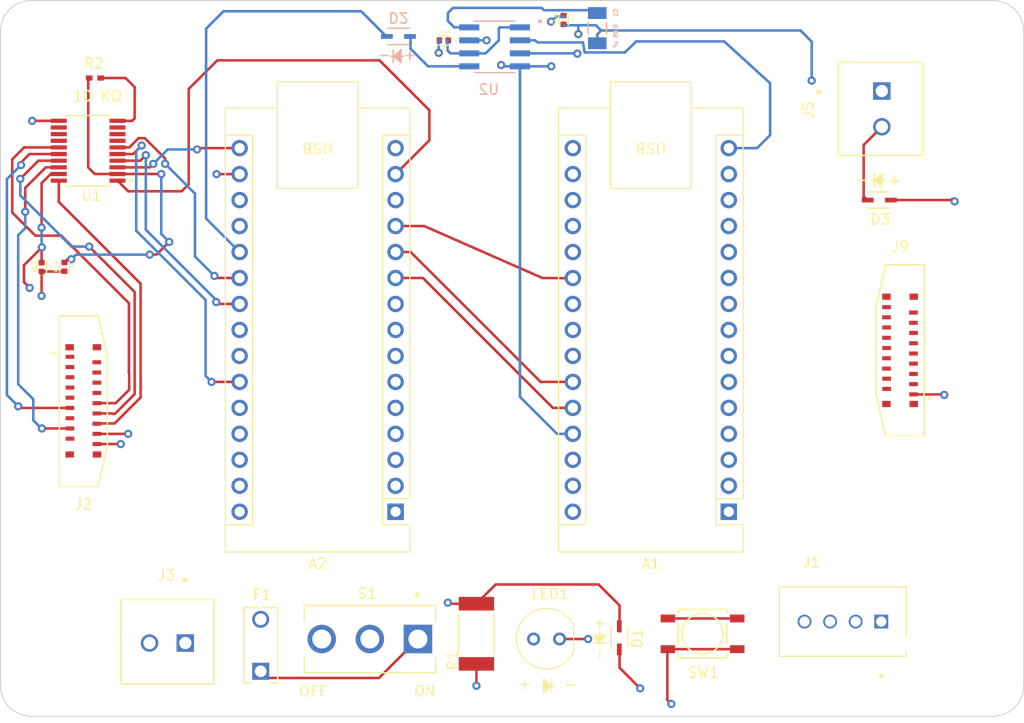
<source format=kicad_pcb>
(kicad_pcb (version 20211014) (generator pcbnew)
  (layers (0 "F.Cu" signal) (1 "In1.Cu" signal) (2 "In2.Cu" signal) (31 "B.Cu" signal) (34 "B.Paste" user) (35 "F.Paste" user) (36 "B.SilkS" user "B.Silkscreen") (37 "F.SilkS" user "F.Silkscreen") (38 "B.Mask" user) (39 "F.Mask" user) (44 "Edge.Cuts" user))
  (net 0 "")
  (net 14 "PWM")
  (net 16 "3.3V_1")
  (net 21 "SDA")
  (net 32 "bit_0")
  (net 33 "bit_1")
  (net 34 "bit_2")
  (net 41 "Analog")
  (net 43 "/CLK")
  (net 44 "/COM")
  (net 45 "/DC_out")
  (net 46 "Net-(F1-Pad2)")
  (net 58 "PB")
  (net 59 "SDL")
  (net 73 "Net-(LED1-Pad2)")
  (net 82 "/MOSI")
  (net 83 "3.3V_2")
  (net 84 "GND")
  (net 85 "7.4V")
  (net 86 "5V_1")
  (net 88 "OE")
  (net 89 "SCK")
  (net 90 "5V_2")
  (net 91 "Net-(D3-Pad1)")
  (net 92 "CS")
  (net 93 "DC")
  (net 94 "RST")
  (net 95 "CS_5V")
  (net 96 "RST_5V")
  (net 97 "DC_5V")
  (net 98 "MOSI_5V")
  (net 99 "SCK_5V")
  (footprint "myKiCadGlobalFootprintLibrary:Nano33BLE_with_headers" (layer "F.Cu") (at 135.8483 103.2112 180)
    (fp_text reference "A2" (at 7.62 -5.08 180) (layer "F.SilkS"))
    (fp_text value "Arduino_Nano_BLE_33" hide)
    (fp_text user "USB" (at 7.62 35.56 180 unlocked) (layer "F.SilkS"))
    (pad "1" thru_hole rect (at 0 0 180) (size 1.6 1.6) (drill 1) (layers *.Cu *.Mask))
    (pad "2" thru_hole oval (at 0 2.54 180) (size 1.6 1.6) (drill 1) (layers *.Cu *.Mask))
    (pad "3" thru_hole oval (at 0 5.08 180) (size 1.6 1.6) (drill 1) (layers *.Cu *.Mask))
    (pad "4" thru_hole oval (at 0 7.62 180) (size 1.6 1.6) (drill 1) (layers *.Cu *.Mask))
    (pad "5" thru_hole oval (at 0 10.16 180) (size 1.6 1.6) (drill 1) (layers *.Cu *.Mask))
    (pad "6" thru_hole oval (at 0 12.7 180) (size 1.6 1.6) (drill 1) (layers *.Cu *.Mask))
    (pad "7" thru_hole oval (at 0 15.24 180) (size 1.6 1.6) (drill 1) (layers *.Cu *.Mask))
    (pad "8" thru_hole oval (at 0 17.78 180) (size 1.6 1.6) (drill 1) (layers *.Cu *.Mask))
    (pad "9" thru_hole oval (at 0 20.32 180) (size 1.6 1.6) (drill 1) (layers *.Cu *.Mask))
    (pad "10" thru_hole oval (at 0 22.86 180) (size 1.6 1.6) (drill 1) (layers *.Cu *.Mask) (net 32 "bit_0"))
    (pad "11" thru_hole oval (at 0 25.4 180) (size 1.6 1.6) (drill 1) (layers *.Cu *.Mask) (net 33 "bit_1"))
    (pad "12" thru_hole oval (at 0 27.94 180) (size 1.6 1.6) (drill 1) (layers *.Cu *.Mask) (net 34 "bit_2"))
    (pad "13" thru_hole oval (at 0 30.48 180) (size 1.6 1.6) (drill 1) (layers *.Cu *.Mask))
    (pad "14" thru_hole oval (at 0 33.02 180) (size 1.6 1.6) (drill 1) (layers *.Cu *.Mask) (net 82 "/MOSI"))
    (pad "15" thru_hole oval (at 0 35.56 180) (size 1.6 1.6) (drill 1) (layers *.Cu *.Mask))
    (pad "16" thru_hole oval (at 15.24 35.56 180) (size 1.6 1.6) (drill 1) (layers *.Cu *.Mask) (net 89 "SCK"))
    (pad "17" thru_hole oval (at 15.24 33.02 180) (size 1.6 1.6) (drill 1) (layers *.Cu *.Mask) (net 83 "3.3V_2"))
    (pad "18" thru_hole oval (at 15.24 30.48 180) (size 1.6 1.6) (drill 1) (layers *.Cu *.Mask))
    (pad "19" thru_hole oval (at 15.24 27.94 180) (size 1.6 1.6) (drill 1) (layers *.Cu *.Mask))
    (pad "20" thru_hole oval (at 15.24 25.4 180) (size 1.6 1.6) (drill 1) (layers *.Cu *.Mask) (net 41 "Analog"))
    (pad "21" thru_hole oval (at 15.24 22.86 180) (size 1.6 1.6) (drill 1) (layers *.Cu *.Mask) (net 92 "CS"))
    (pad "22" thru_hole oval (at 15.24 20.32 180) (size 1.6 1.6) (drill 1) (layers *.Cu *.Mask) (net 93 "DC"))
    (pad "23" thru_hole oval (at 15.24 17.78 180) (size 1.6 1.6) (drill 1) (layers *.Cu *.Mask))
    (pad "24" thru_hole oval (at 15.24 15.24 180) (size 1.6 1.6) (drill 1) (layers *.Cu *.Mask))
    (pad "25" thru_hole oval (at 15.24 12.7 180) (size 1.6 1.6) (drill 1) (layers *.Cu *.Mask) (net 94 "RST"))
    (pad "26" thru_hole oval (at 15.24 10.16 180) (size 1.6 1.6) (drill 1) (layers *.Cu *.Mask))
    (pad "27" thru_hole oval (at 15.24 7.62 180) (size 1.6 1.6) (drill 1) (layers *.Cu *.Mask) (net 90 "5V_2"))
    (pad "28" thru_hole oval (at 15.24 5.08 180) (size 1.6 1.6) (drill 1) (layers *.Cu *.Mask))
    (pad "29" thru_hole oval (at 15.24 2.54 180) (size 1.6 1.6) (drill 1) (layers *.Cu *.Mask) (net 84 "GND"))
    (pad "30" thru_hole oval (at 15.24 0 180) (size 1.6 1.6) (drill 1) (layers *.Cu *.Mask) (net 85 "7.4V"))
  )
  (footprint "myKiCadGlobalFootprintLibrary:MountingHole_2.2mm_M2" (layer "F.Cu") (at 101.2398 57.2132)
    (fp_text reference "H1" hide)
    (fp_text value "MountingHole" hide)
    (pad "" np_thru_hole circle locked (at 0 0) (size 2.2 2.2) (drill 2.2) (layers *.Cu *.Mask))
  )
  (footprint "myKiCadGlobalFootprintLibrary:MountingHole_2.2mm_M2" (layer "F.Cu") (at 101.2398 119.2132)
    (fp_text reference "H3" hide)
    (fp_text value "MountingHole" hide)
    (pad "" np_thru_hole circle locked (at 0 0) (size 2.2 2.2) (drill 2.2) (layers *.Cu *.Mask))
  )
  (footprint "myKiCadGlobalFootprintLibrary:RESC6332X70N" (layer "F.Cu") (at 143.7498 115.1492 90)
    (fp_text reference "R1" (at -2.61 -2.33 90) (layer "F.SilkS"))
    (fp_text value "RMCF2512FT330R" hide)
    (pad "1" smd rect (at -2.944 0 90) (size 1.33 3.46) (layers "F.Cu" "F.Paste" "F.Mask") (net 85 "7.4V"))
    (pad "2" smd rect (at 2.944 0 90) (size 1.33 3.46) (layers "F.Cu" "F.Paste" "F.Mask") (net 73 "Net-(LED1-Pad2)"))
  )
  (footprint "myKiCadGlobalFootprintLibrary:525591853" (layer "F.Cu") (at 104.9868 92.5832 90)
    (fp_text reference "J2" (at -9.906 0.349725 180) (layer "F.SilkS"))
    (fp_text value "0525591853" hide)
    (pad " " smd rect locked (at 5.461 1.6764 90) (size 0.6056 0.8322) (layers "F.Cu" "F.Paste" "F.Mask"))
    (pad " " smd rect locked (at -5.0292 1.6764 90) (size 0.6056 0.8322) (layers "F.Cu" "F.Paste" "F.Mask"))
    (pad " " smd rect locked (at -5.0292 -0.9906 90) (size 0.6056 0.8322) (layers "F.Cu" "F.Paste" "F.Mask"))
    (pad " " smd rect locked (at 5.461 -0.9906 90) (size 0.6056 0.8322) (layers "F.Cu" "F.Paste" "F.Mask"))
    (pad "1" smd rect locked (at 4.525475 -0.966624 90) (size 0.4 0.85) (layers "F.Cu" "F.Paste" "F.Mask"))
    (pad "2" smd rect locked (at 3.987845 1.660042 90) (size 0.4 0.85) (layers "F.Cu" "F.Paste" "F.Mask"))
    (pad "3" smd rect locked (at 3.519854 -0.96325 90) (size 0.4 0.85) (layers "F.Cu" "F.Paste" "F.Mask"))
    (pad "4" smd rect locked (at 2.987202 1.660042 90) (size 0.4 0.85) (layers "F.Cu" "F.Paste" "F.Mask"))
    (pad "5" smd rect locked (at 2.52529 -0.959265 90) (size 0.4 0.85) (layers "F.Cu" "F.Paste" "F.Mask"))
    (pad "6" smd rect locked (at 1.999675 1.6696 90) (size 0.4 0.85) (layers "F.Cu" "F.Paste" "F.Mask"))
    (pad "7" smd rect locked (at 1.51454 -0.959265 90) (size 0.4 0.85) (layers "F.Cu" "F.Paste" "F.Mask"))
    (pad "8" smd rect locked (at 0.991354 1.6696 90) (size 0.4 0.85) (layers "F.Cu" "F.Paste" "F.Mask"))
    (pad "9" smd rect locked (at 0.528086 -0.959265 90) (size 0.4 0.85) (layers "F.Cu" "F.Paste" "F.Mask"))
    (pad "10" smd rect locked (at -0.008868 1.66555 90) (size 0.4 0.85) (layers "F.Cu" "F.Paste" "F.Mask") (net 95 "CS_5V"))
    (pad "11" smd rect locked (at -0.476799 -0.966153 90) (size 0.4 0.85) (layers "F.Cu" "F.Paste" "F.Mask") (net 96 "RST_5V"))
    (pad "12" smd rect locked (at -1.01314 1.6696 90) (size 0.4 0.85) (layers "F.Cu" "F.Paste" "F.Mask") (net 97 "DC_5V"))
    (pad "13" smd rect locked (at -1.484962 -0.966153 90) (size 0.4 0.85) (layers "F.Cu" "F.Paste" "F.Mask"))
    (pad "14" smd rect locked (at -2.019975 1.664737 90) (size 0.4 0.85) (layers "F.Cu" "F.Paste" "F.Mask") (net 98 "MOSI_5V"))
    (pad "15" smd rect locked (at -2.480459 -0.9569 90) (size 0.4 0.85) (layers "F.Cu" "F.Paste" "F.Mask") (net 99 "SCK_5V"))
    (pad "16" smd rect locked (at -3.011289 1.670568 90) (size 0.4 0.85) (layers "F.Cu" "F.Paste" "F.Mask") (net 84 "GND"))
    (pad "17" smd rect locked (at -3.479332 -0.9569 90) (size 0.4 0.85) (layers "F.Cu" "F.Paste" "F.Mask"))
    (pad "18" smd rect locked (at -4.009815 1.670201 90) (size 0.4 0.85) (layers "F.Cu" "F.Paste" "F.Mask") (net 90 "5V_2"))
  )
  (footprint "myKiCadGlobalFootprintLibrary:CAPC1005X55N" (layer "F.Cu") (at 140.5648 57.1132 180)
    (fp_text reference "C5" (at -0.038306 -0.8636) (layer "F.SilkS") (effects (font (size 0.241854 0.241854) (thickness 0.060464)) (justify mirror)))
    (fp_text value "CL05A104KA5NNNC" hide)
    (fp_text user "0.1 uF" (at -0.0762 0.8382) (layer "F.SilkS") (effects (font (size 0.241854 0.241854) (thickness 0.060464)) (justify mirror)))
    (pad "1" smd roundrect (at -0.43 0 270) (size 0.6 0.54) (layers "F.Cu" "F.Paste" "F.Mask") (roundrect_rratio 0.14) (net 44 "/COM"))
    (pad "2" smd roundrect (at 0.43 0 270) (size 0.6 0.54) (layers "F.Cu" "F.Paste" "F.Mask") (roundrect_rratio 0.14) (net 84 "GND"))
  )
  (footprint "myKiCadGlobalFootprintLibrary:CAPC1005X55N" (layer "F.Cu") (at 152.2648 55.1132 -90)
    (fp_text reference "C4" (at -0.038306 -0.8636 90) (layer "F.SilkS") (effects (font (size 0.241854 0.241854))))
    (fp_text value "CL05A104KA5NNNC" hide)
    (fp_text user "0.1 uF" (at -0.0762 0.8382 90) (layer "F.SilkS") (effects (font (size 0.241854 0.241854) (thickness 0.060464))))
    (pad "1" smd roundrect (at -0.43 0) (size 0.6 0.54) (layers "F.Cu" "F.Paste" "F.Mask") (roundrect_rratio 0.14) (net 86 "5V_1"))
    (pad "2" smd roundrect (at 0.43 0) (size 0.6 0.54) (layers "F.Cu" "F.Paste" "F.Mask") (roundrect_rratio 0.14) (net 84 "GND"))
  )
  (footprint "myKiCadGlobalFootprintLibrary:MountingHole_2.2mm_M2" (layer "F.Cu") (at 193.2398 57.2132)
    (fp_text reference "H2" hide)
    (fp_text value "MountingHole" hide)
    (pad "" np_thru_hole circle locked (at 0 0) (size 2.2 2.2) (drill 2.2) (layers *.Cu *.Mask))
  )
  (footprint "myKiCadGlobalFootprintLibrary:CAPC1005X55N" (layer "F.Cu") (at 103.4908 79.259 -90)
    (fp_text reference "C3" (at -0.038306 -0.8636 -90) (layer "F.SilkS") (effects (font (size 0.241854 0.241854))))
    (fp_text value "CL05A104KA5NNNC" hide)
    (fp_text user "0.1 uF" (at -0.0762 0.8382 -90) (layer "F.SilkS") (effects (font (size 0.241854 0.241854) (thickness 0.060464))))
    (pad "1" smd roundrect (at -0.43 0) (size 0.6 0.54) (layers "F.Cu" "F.Paste" "F.Mask") (roundrect_rratio 0.14) (net 83 "3.3V_2"))
    (pad "2" smd roundrect (at 0.43 0) (size 0.6 0.54) (layers "F.Cu" "F.Paste" "F.Mask") (roundrect_rratio 0.14) (net 84 "GND"))
  )
  (footprint "myKiCadGlobalFootprintLibrary:0532580229" (layer "F.Cu") (at 183.3738 62.0632 90)
    (fp_text reference "J5" (at -1.8542 -7.1882 90 unlocked) (layer "F.SilkS"))
    (fp_text value "532580229" hide)
    (pad "1" thru_hole rect (at 0 0 90) (size 1.7 1.7) (drill 1.2) (layers *.Cu *.Mask) (net 84 "GND"))
    (pad "2" thru_hole circle (at -3.500001 0 90) (size 1.7 1.7) (drill 1.2) (layers *.Cu *.Mask) (net 91 "Net-(D3-Pad1)"))
  )
  (footprint "myKiCadGlobalFootprintLibrary:TL3305CF260QG" (layer "F.Cu") (at 165.8478 115.1492)
    (fp_text reference "SW1" (at 0.0762 3.7846 unlocked) (layer "F.SilkS"))
    (fp_text value "TL3305CF260QG" hide)
    (pad "1" smd rect (at -3.3909 -1.5) (size 1.411198 0.7712) (layers "F.Cu" "F.Paste" "F.Mask") (net 58 "PB"))
    (pad "2" smd rect (at 3.3909 -1.5) (size 1.411198 0.7712) (layers "F.Cu" "F.Paste" "F.Mask") (net 58 "PB"))
    (pad "3" smd rect (at -3.3909 1.5) (size 1.411198 0.7712) (layers "F.Cu" "F.Paste" "F.Mask") (net 84 "GND"))
    (pad "4" smd rect (at 3.3909 1.5) (size 1.411198 0.7712) (layers "F.Cu" "F.Paste" "F.Mask") (net 84 "GND"))
  )
  (footprint "myKiCadGlobalFootprintLibrary:Nano33BLE_with_headers" (layer "F.Cu") (at 168.4153 103.2112 180)
    (fp_text reference "A1" (at 7.62 -5.08 180) (layer "F.SilkS"))
    (fp_text value "Arduino_Nano_BLE_33_SENSE" hide)
    (fp_text user "USB" (at 7.62 35.56 180 unlocked) (layer "F.SilkS"))
    (pad "1" thru_hole rect (at 0 0 180) (size 1.6 1.6) (drill 1) (layers *.Cu *.Mask))
    (pad "2" thru_hole oval (at 0 2.54 180) (size 1.6 1.6) (drill 1) (layers *.Cu *.Mask))
    (pad "3" thru_hole oval (at 0 5.08 180) (size 1.6 1.6) (drill 1) (layers *.Cu *.Mask))
    (pad "4" thru_hole oval (at 0 7.62 180) (size 1.6 1.6) (drill 1) (layers *.Cu *.Mask))
    (pad "5" thru_hole oval (at 0 10.16 180) (size 1.6 1.6) (drill 1) (layers *.Cu *.Mask))
    (pad "6" thru_hole oval (at 0 12.7 180) (size 1.6 1.6) (drill 1) (layers *.Cu *.Mask))
    (pad "7" thru_hole oval (at 0 15.24 180) (size 1.6 1.6) (drill 1) (layers *.Cu *.Mask))
    (pad "8" thru_hole oval (at 0 17.78 180) (size 1.6 1.6) (drill 1) (layers *.Cu *.Mask))
    (pad "9" thru_hole oval (at 0 20.32 180) (size 1.6 1.6) (drill 1) (layers *.Cu *.Mask))
    (pad "10" thru_hole oval (at 0 22.86 180) (size 1.6 1.6) (drill 1) (layers *.Cu *.Mask))
    (pad "11" thru_hole oval (at 0 25.4 180) (size 1.6 1.6) (drill 1) (layers *.Cu *.Mask))
    (pad "12" thru_hole oval (at 0 27.94 180) (size 1.6 1.6) (drill 1) (layers *.Cu *.Mask))
    (pad "13" thru_hole oval (at 0 30.48 180) (size 1.6 1.6) (drill 1) (layers *.Cu *.Mask))
    (pad "14" thru_hole oval (at 0 33.02 180) (size 1.6 1.6) (drill 1) (layers *.Cu *.Mask))
    (pad "15" thru_hole oval (at 0 35.56 180) (size 1.6 1.6) (drill 1) (layers *.Cu *.Mask) (net 14 "PWM"))
    (pad "16" thru_hole oval (at 15.24 35.56 180) (size 1.6 1.6) (drill 1) (layers *.Cu *.Mask))
    (pad "17" thru_hole oval (at 15.24 33.02 180) (size 1.6 1.6) (drill 1) (layers *.Cu *.Mask) (net 16 "3.3V_1"))
    (pad "18" thru_hole oval (at 15.24 30.48 180) (size 1.6 1.6) (drill 1) (layers *.Cu *.Mask))
    (pad "19" thru_hole oval (at 15.24 27.94 180) (size 1.6 1.6) (drill 1) (layers *.Cu *.Mask))
    (pad "20" thru_hole oval (at 15.24 25.4 180) (size 1.6 1.6) (drill 1) (layers *.Cu *.Mask))
    (pad "21" thru_hole oval (at 15.24 22.86 180) (size 1.6 1.6) (drill 1) (layers *.Cu *.Mask) (net 34 "bit_2"))
    (pad "22" thru_hole oval (at 15.24 20.32 180) (size 1.6 1.6) (drill 1) (layers *.Cu *.Mask) (net 58 "PB"))
    (pad "23" thru_hole oval (at 15.24 17.78 180) (size 1.6 1.6) (drill 1) (layers *.Cu *.Mask) (net 21 "SDA"))
    (pad "24" thru_hole oval (at 15.24 15.24 180) (size 1.6 1.6) (drill 1) (layers *.Cu *.Mask) (net 59 "SDL"))
    (pad "25" thru_hole oval (at 15.24 12.7 180) (size 1.6 1.6) (drill 1) (layers *.Cu *.Mask) (net 33 "bit_1"))
    (pad "26" thru_hole oval (at 15.24 10.16 180) (size 1.6 1.6) (drill 1) (layers *.Cu *.Mask) (net 32 "bit_0"))
    (pad "27" thru_hole oval (at 15.24 7.62 180) (size 1.6 1.6) (drill 1) (layers *.Cu *.Mask) (net 86 "5V_1"))
    (pad "28" thru_hole oval (at 15.24 5.08 180) (size 1.6 1.6) (drill 1) (layers *.Cu *.Mask))
    (pad "29" thru_hole oval (at 15.24 2.54 180) (size 1.6 1.6) (drill 1) (layers *.Cu *.Mask) (net 84 "GND"))
    (pad "30" thru_hole oval (at 15.24 0 180) (size 1.6 1.6) (drill 1) (layers *.Cu *.Mask) (net 85 "7.4V"))
  )
  (footprint "myKiCadGlobalFootprintLibrary:0532580229" (layer "F.Cu") (at 115.301291 116.053151)
    (fp_text reference "J3" (at -1.836491 -6.639951 unlocked) (layer "F.SilkS"))
    (fp_text value "532580229" hide)
    (pad "1" thru_hole rect (at 0 0) (size 1.7 1.7) (drill 1.2) (layers *.Cu *.Mask) (net 84 "GND"))
    (pad "2" thru_hole circle (at -3.500001 0) (size 1.7 1.7) (drill 1.2) (layers *.Cu *.Mask) (net 85 "7.4V"))
  )
  (footprint "myKiCadGlobalFootprintLibrary:CAPC1005X55N" (layer "F.Cu") (at 101.2556 79.2844 -90)
    (fp_text reference "C2" (at -0.038306 -0.8636 -90) (layer "F.SilkS") (effects (font (size 0.241854 0.241854))))
    (fp_text value "CL05A104KA5NNNC" hide)
    (fp_text user "0.1 uF" (at -0.0762 0.8382 -90) (layer "F.SilkS") (effects (font (size 0.241854 0.241854) (thickness 0.060464))))
    (pad "1" smd roundrect (at -0.43 0) (size 0.6 0.54) (layers "F.Cu" "F.Paste" "F.Mask") (roundrect_rratio 0.14) (net 90 "5V_2"))
    (pad "2" smd roundrect (at 0.43 0) (size 0.6 0.54) (layers "F.Cu" "F.Paste" "F.Mask") (roundrect_rratio 0.14) (net 84 "GND"))
  )
  (footprint "myKiCadGlobalFootprintLibrary:RGEF300HF" (layer "F.Cu") (at 122.6678 118.8132 90)
    (fp_text reference "F1" (at 7.5 0.097 180) (layer "F.SilkS"))
    (fp_text value "RGEF300_Fuse" hide)
    (pad "1" thru_hole rect (at 0 0 90) (size 1.651 1.651) (drill 1.143) (layers *.Cu *.Mask) (net 85 "7.4V"))
    (pad "2" thru_hole circle (at 5.08 0 90) (size 1.651 1.651) (drill 1.143) (layers *.Cu *.Mask) (net 46 "Net-(F1-Pad2)"))
  )
  (footprint "myKiCadGlobalFootprintLibrary:1N4148WT" (layer "F.Cu") (at 183.1198 72.7312)
    (fp_text reference "D3" (at 0.095 1.882 unlocked) (layer "F.SilkS"))
    (fp_text value "1N4148WX-TP" hide)
    (fp_text user "+" (at 1.495 -1.943 unlocked) (layer "F.SilkS"))
    (fp_text user "-" (at -1.705 -1.993 unlocked) (layer "F.SilkS"))
    (pad "1" smd rect (at -1.1303 0) (size 1.157199 0.4664) (layers "F.Cu" "F.Paste" "F.Mask") (net 91 "Net-(D3-Pad1)"))
    (pad "2" smd rect (at 1.1303 0) (size 1.157199 0.4664) (layers "F.Cu" "F.Paste" "F.Mask") (net 85 "7.4V"))
  )
  (footprint "myKiCadGlobalFootprintLibrary:1N4148WT" (layer "F.Cu") (at 157.7148 115.5382 90)
    (fp_text reference "D1" (at -0.05 1.775 90 unlocked) (layer "F.SilkS"))
    (fp_text value "1N4148WX-TP" hide)
    (fp_text user "+" (at 1.375 -1.975 90 unlocked) (layer "F.SilkS"))
    (fp_text user "-" (at -1.6 -2 90 unlocked) (layer "F.SilkS"))
    (pad "1" smd rect (at -1.1303 0 90) (size 1.157199 0.4664) (layers "F.Cu" "F.Paste" "F.Mask") (net 85 "7.4V"))
    (pad "2" smd rect (at 1.1303 0 90) (size 1.157199 0.4664) (layers "F.Cu" "F.Paste" "F.Mask") (net 85 "7.4V"))
  )
  (footprint "myKiCadGlobalFootprintLibrary:533750410" (layer "F.Cu") (at 183.3148 113.951)
    (fp_text reference "J1" (at -6.805 -5.795) (layer "F.SilkS"))
    (fp_text value "533750410" hide)
    (pad "" np_thru_hole circle (at 1.6 2.2) (size 1.2 1.2) (drill 1.2) (layers *.Cu *.Mask))
    (pad "1" thru_hole rect (at 0 0) (size 1.35 1.35) (drill 1) (layers *.Cu) (net 84 "GND"))
    (pad "2" thru_hole circle (at -2.5 0) (size 1.35 1.35) (drill 1) (layers *.Cu) (net 59 "SDL"))
    (pad "3" thru_hole circle (at -5 0) (size 1.35 1.35) (drill 1) (layers *.Cu) (net 21 "SDA"))
    (pad "4" thru_hole circle (at -7.5 0) (size 1.35 1.35) (drill 1) (layers *.Cu) (net 16 "3.3V_1"))
  )
  (footprint "myKiCadGlobalFootprintLibrary:500SSP1S2M2QEA" (layer "F.Cu") (at 133.3358 115.6572 180)
    (fp_text reference "S1" (at 0.271 4.444 180) (layer "F.SilkS"))
    (fp_text value "500SSP1S2M2QEA" hide)
    (pad "1" thru_hole rect (at -4.7 0 180) (size 2.775 2.775) (drill 1.85) (layers *.Cu *.Mask) (net 85 "7.4V"))
    (pad "2" thru_hole circle (at 0 0 180) (size 2.775 2.775) (drill 1.85) (layers *.Cu *.Mask) (net 46 "Net-(F1-Pad2)"))
    (pad "3" thru_hole circle (at 4.7 0 180) (size 2.775 2.775) (drill 1.85) (layers *.Cu *.Mask))
  )
  (footprint "myKiCadGlobalFootprintLibrary:C503B-GAN-CB0F0791" (layer "F.Cu") (at 151.8778 115.6572 180)
    (fp_text reference "LED1" (at 0.938 4.419 unlocked) (layer "F.SilkS"))
    (fp_text value "C503B-GAN-CB0F0791" hide)
    (fp_text user "-" (at -1.0414 -4.5466 180 unlocked) (layer "F.SilkS"))
    (fp_text user "+" (at 3.3528 -4.5212 180 unlocked) (layer "F.SilkS"))
    (pad "1" thru_hole circle (at 0 0 180) (size 1.27 1.27) (drill 0.762) (layers *.Cu *.Mask) (net 84 "GND"))
    (pad "2" thru_hole circle (at 2.54 0 180) (size 1.27 1.27) (drill 0.762) (layers *.Cu *.Mask) (net 73 "Net-(LED1-Pad2)"))
  )
  (footprint "myKiCadGlobalFootprintLibrary:RC0402JR-0710KL" (layer "F.Cu") (at 106.467 60.7932)
    (fp_text reference "R2" (at -0.1016 -1.4224 unlocked) (layer "F.SilkS"))
    (fp_text value "RC0402JR-0710KL" hide)
    (fp_text user "10 KΩ" (at 0.254 1.778 unlocked) (layer "F.SilkS"))
    (pad "1" smd rect (at -0.556 0) (size 0.6548 0.508) (layers "F.Cu" "F.Paste" "F.Mask") (net 83 "3.3V_2"))
    (pad "2" smd rect (at 0.556 0) (size 0.6548 0.508) (layers "F.Cu" "F.Paste" "F.Mask") (net 88 "OE"))
  )
  (footprint "myKiCadGlobalFootprintLibrary:525591853" (layer "F.Cu") (at 185.501525 87.2092 -90)
    (fp_text reference "J9" (at -9.906 0.349725) (layer "F.SilkS"))
    (fp_text value "0525591853" hide)
    (pad " " smd rect (at 5.461 1.6764 270) (size 0.6056 0.8322) (layers "F.Cu" "F.Paste" "F.Mask"))
    (pad " " smd rect (at 5.461 -0.9906 270) (size 0.6056 0.8322) (layers "F.Cu" "F.Paste" "F.Mask"))
    (pad " " smd rect (at -5.0292 1.6764 270) (size 0.6056 0.8322) (layers "F.Cu" "F.Paste" "F.Mask"))
    (pad " " smd rect (at -5.0292 -0.9906 270) (size 0.6056 0.8322) (layers "F.Cu" "F.Paste" "F.Mask"))
    (pad "1" smd rect (at 4.525475 -0.966624 270) (size 0.4 0.85) (layers "F.Cu" "F.Paste" "F.Mask") (net 84 "GND"))
    (pad "2" smd rect (at 3.987845 1.660042 270) (size 0.4 0.85) (layers "F.Cu" "F.Paste" "F.Mask") (net 16 "3.3V_1"))
    (pad "3" smd rect (at 3.519854 -0.96325 270) (size 0.4 0.85) (layers "F.Cu" "F.Paste" "F.Mask"))
    (pad "4" smd rect (at 2.987202 1.660042 270) (size 0.4 0.85) (layers "F.Cu" "F.Paste" "F.Mask"))
    (pad "5" smd rect (at 2.52529 -0.959265 270) (size 0.4 0.85) (layers "F.Cu" "F.Paste" "F.Mask"))
    (pad "6" smd rect (at 1.999675 1.6696 270) (size 0.4 0.85) (layers "F.Cu" "F.Paste" "F.Mask"))
    (pad "7" smd rect (at 1.51454 -0.959265 270) (size 0.4 0.85) (layers "F.Cu" "F.Paste" "F.Mask"))
    (pad "8" smd rect (at 0.991354 1.6696 270) (size 0.4 0.85) (layers "F.Cu" "F.Paste" "F.Mask"))
    (pad "9" smd rect (at 0.528086 -0.959265 270) (size 0.4 0.85) (layers "F.Cu" "F.Paste" "F.Mask"))
    (pad "10" smd rect (at -0.008868 1.66555 270) (size 0.4 0.85) (layers "F.Cu" "F.Paste" "F.Mask"))
    (pad "11" smd rect (at -0.476799 -0.966153 270) (size 0.4 0.85) (layers "F.Cu" "F.Paste" "F.Mask"))
    (pad "12" smd rect (at -1.01314 1.6696 270) (size 0.4 0.85) (layers "F.Cu" "F.Paste" "F.Mask"))
    (pad "13" smd rect (at -1.484962 -0.966153 270) (size 0.4 0.85) (layers "F.Cu" "F.Paste" "F.Mask"))
    (pad "14" smd rect (at -2.019975 1.664737 270) (size 0.4 0.85) (layers "F.Cu" "F.Paste" "F.Mask"))
    (pad "15" smd rect (at -2.480459 -0.9569 270) (size 0.4 0.85) (layers "F.Cu" "F.Paste" "F.Mask"))
    (pad "16" smd rect (at -3.011289 1.670568 270) (size 0.4 0.85) (layers "F.Cu" "F.Paste" "F.Mask"))
    (pad "17" smd rect (at -3.479332 -0.9569 270) (size 0.4 0.85) (layers "F.Cu" "F.Paste" "F.Mask") (net 84 "GND"))
    (pad "18" smd rect (at -4.009815 1.670201 270) (size 0.4 0.85) (layers "F.Cu" "F.Paste" "F.Mask") (net 16 "3.3V_1"))
  )
  (footprint "CatBot_JSC:TXB0108PWR" (layer "F.Cu") (at 105.8033 67.9052 180)
    (fp_text reference "U1" (at -0.325 -4.385) (layer "F.SilkS"))
    (fp_text value "TXB0108PWR" hide)
    (pad "1" smd roundrect (at -2.87 -2.925 180) (size 1.57 0.41) (layers "F.Cu" "F.Paste" "F.Mask") (roundrect_rratio 0.05) (net 82 "/MOSI"))
    (pad "2" smd roundrect (at -2.87 -2.275 180) (size 1.57 0.41) (layers "F.Cu" "F.Paste" "F.Mask") (roundrect_rratio 0.05) (net 83 "3.3V_2"))
    (pad "3" smd roundrect (at -2.87 -1.625 180) (size 1.57 0.41) (layers "F.Cu" "F.Paste" "F.Mask") (roundrect_rratio 0.05) (net 89 "SCK"))
    (pad "4" smd roundrect (at -2.87 -0.975 180) (size 1.57 0.41) (layers "F.Cu" "F.Paste" "F.Mask") (roundrect_rratio 0.05) (net 93 "DC"))
    (pad "5" smd roundrect (at -2.87 -0.325 180) (size 1.57 0.41) (layers "F.Cu" "F.Paste" "F.Mask") (roundrect_rratio 0.05) (net 94 "RST"))
    (pad "6" smd roundrect (at -2.87 0.325 180) (size 1.57 0.41) (layers "F.Cu" "F.Paste" "F.Mask") (roundrect_rratio 0.05) (net 92 "CS"))
    (pad "7" smd roundrect (at -2.87 0.975 180) (size 1.57 0.41) (layers "F.Cu" "F.Paste" "F.Mask") (roundrect_rratio 0.05))
    (pad "8" smd roundrect (at -2.87 1.625 180) (size 1.57 0.41) (layers "F.Cu" "F.Paste" "F.Mask") (roundrect_rratio 0.05))
    (pad "9" smd roundrect (at -2.87 2.275 180) (size 1.57 0.41) (layers "F.Cu" "F.Paste" "F.Mask") (roundrect_rratio 0.05))
    (pad "10" smd roundrect (at -2.87 2.925 180) (size 1.57 0.41) (layers "F.Cu" "F.Paste" "F.Mask") (roundrect_rratio 0.05) (net 88 "OE"))
    (pad "11" smd roundrect (at 2.87 2.925 180) (size 1.57 0.41) (layers "F.Cu" "F.Paste" "F.Mask") (roundrect_rratio 0.05) (net 84 "GND"))
    (pad "12" smd roundrect (at 2.87 2.275 180) (size 1.57 0.41) (layers "F.Cu" "F.Paste" "F.Mask") (roundrect_rratio 0.05))
    (pad "13" smd roundrect (at 2.87 1.625 180) (size 1.57 0.41) (layers "F.Cu" "F.Paste" "F.Mask") (roundrect_rratio 0.05))
    (pad "14" smd roundrect (at 2.87 0.975 180) (size 1.57 0.41) (layers "F.Cu" "F.Paste" "F.Mask") (roundrect_rratio 0.05))
    (pad "15" smd roundrect (at 2.87 0.325 180) (size 1.57 0.41) (layers "F.Cu" "F.Paste" "F.Mask") (roundrect_rratio 0.05) (net 95 "CS_5V"))
    (pad "16" smd roundrect (at 2.87 -0.325 180) (size 1.57 0.41) (layers "F.Cu" "F.Paste" "F.Mask") (roundrect_rratio 0.05) (net 96 "RST_5V"))
    (pad "17" smd roundrect (at 2.87 -0.975 180) (size 1.57 0.41) (layers "F.Cu" "F.Paste" "F.Mask") (roundrect_rratio 0.05) (net 97 "DC_5V"))
    (pad "18" smd roundrect (at 2.87 -1.625 180) (size 1.57 0.41) (layers "F.Cu" "F.Paste" "F.Mask") (roundrect_rratio 0.05) (net 99 "SCK_5V"))
    (pad "19" smd roundrect (at 2.87 -2.275 180) (size 1.57 0.41) (layers "F.Cu" "F.Paste" "F.Mask") (roundrect_rratio 0.05) (net 90 "5V_2"))
    (pad "20" smd roundrect (at 2.87 -2.925 180) (size 1.57 0.41) (layers "F.Cu" "F.Paste" "F.Mask") (roundrect_rratio 0.05) (net 98 "MOSI_5V"))
  )
  (footprint "myKiCadGlobalFootprintLibrary:MountingHole_2.2mm_M2" (layer "F.Cu") (at 193.2398 119.2132)
    (fp_text reference "H4" hide)
    (fp_text value "MountingHole" hide)
    (pad "" np_thru_hole circle locked (at 0 0) (size 2.2 2.2) (drill 2.2) (layers *.Cu *.Mask))
  )
  (footprint "myKiCadGlobalFootprintLibrary:12065C503JAT2A" (layer "B.Cu") (at 155.5648 55.9132 90)
    (fp_text reference "C1" (at 1.5 1.8 90) (layer "B.SilkS") (effects (font (size 0.393701 0.393701)) (justify mirror)))
    (fp_text value "12065C503JAT2A" hide)
    (fp_text user "0.05 uF" (at -0.8 1.8 90) (layer "B.SilkS") (effects (font (size 0.393701 0.393701) (thickness 0.098425)) (justify mirror)))
    (pad "1" smd rect (at -1.475 0 90) (size 1.16 1.82) (layers "B.Cu" "B.Paste" "B.Mask") (net 84 "GND"))
    (pad "2" smd rect (at 1.475 0 90) (size 1.16 1.82) (layers "B.Cu" "B.Paste" "B.Mask") (net 43 "/CLK"))
  )
  (footprint "myKiCadGlobalFootprintLibrary:MAX7480ESA" (layer "B.Cu") (at 145.525374 57.7452 180)
    (fp_text reference "U2" (at 0.560574 -4.168) (layer "B.SilkS") (effects (justify mirror)))
    (fp_text value "MAX7480ESA+" hide)
    (pad "1" smd roundrect (at -2.475 1.905 180) (size 1.97 0.59) (layers "B.Cu" "B.Paste" "B.Mask") (roundrect_rratio 0.07) (net 44 "/COM"))
    (pad "2" smd roundrect (at -2.475 0.635 180) (size 1.97 0.59) (layers "B.Cu" "B.Paste" "B.Mask") (roundrect_rratio 0.07) (net 14 "PWM"))
    (pad "3" smd roundrect (at -2.475 -0.635 180) (size 1.97 0.59) (layers "B.Cu" "B.Paste" "B.Mask") (roundrect_rratio 0.07) (net 84 "GND"))
    (pad "4" smd roundrect (at -2.475 -1.905 180) (size 1.97 0.59) (layers "B.Cu" "B.Paste" "B.Mask") (roundrect_rratio 0.07) (net 84 "GND"))
    (pad "5" smd roundrect (at 2.475 -1.905 180) (size 1.97 0.59) (layers "B.Cu" "B.Paste" "B.Mask") (roundrect_rratio 0.07) (net 45 "/DC_out"))
    (pad "6" smd roundrect (at 2.475 -0.635 180) (size 1.97 0.59) (layers "B.Cu" "B.Paste" "B.Mask") (roundrect_rratio 0.07) (net 44 "/COM"))
    (pad "7" smd roundrect (at 2.475 0.635 180) (size 1.97 0.59) (layers "B.Cu" "B.Paste" "B.Mask") (roundrect_rratio 0.07) (net 86 "5V_1"))
    (pad "8" smd roundrect (at 2.475 1.905 180) (size 1.97 0.59) (layers "B.Cu" "B.Paste" "B.Mask") (roundrect_rratio 0.07) (net 43 "/CLK"))
  )
  (footprint "myKiCadGlobalFootprintLibrary:1N4148WT" (layer "B.Cu") (at 136.1298 56.7292)
    (fp_text reference "D2" (at 0.01 -1.841 180 unlocked) (layer "B.SilkS") (effects (justify mirror)))
    (fp_text value "1N4148WX-TP" hide)
    (fp_text user "+" (at 1.11 1.934 180 unlocked) (layer "B.SilkS") (effects (justify mirror)))
    (fp_text user "-" (at -1.415 1.934 180 unlocked) (layer "B.SilkS") (effects (justify mirror)))
    (pad "1" smd rect (at -1.1303 0) (size 1.157199 0.4664) (layers "B.Cu" "B.Paste" "B.Mask") (net 41 "Analog"))
    (pad "2" smd rect (at 1.1303 0) (size 1.157199 0.4664) (layers "B.Cu" "B.Paste" "B.Mask") (net 45 "/DC_out"))
  )
  (gr_arc locked (start 97.2398 56.2132) (mid 98.11848 54.09188) (end 100.2398 53.2132) (layer "Edge.Cuts") (width 0.1))
  (gr_line locked (start 194.2398 123.2132) (end 100.2398 123.2132) (layer "Edge.Cuts") (width 0.1))
  (gr_arc locked (start 194.2398 53.2132) (mid 196.36112 54.09188) (end 197.2398 56.2132) (layer "Edge.Cuts") (width 0.1))
  (gr_arc locked (start 197.2398 120.2132) (mid 196.36112 122.33452) (end 194.2398 123.2132) (layer "Edge.Cuts") (width 0.1))
  (gr_arc locked (start 100.2398 123.2132) (mid 98.11848 122.33452) (end 97.2398 120.2132) (layer "Edge.Cuts") (width 0.1))
  (gr_line locked (start 197.2398 56.2132) (end 197.2398 120.2132) (layer "Edge.Cuts") (width 0.1))
  (gr_line (start 97.2398 120.2132) (end 97.2398 56.2132) (layer "Edge.Cuts") (width 0.1))
  (gr_line locked (start 100.2398 53.2132) (end 194.2398 53.2132) (layer "Edge.Cuts") (width 0.1))
  (gr_text "ON" (at 138.7148 120.7632) (layer "F.SilkS") (effects (font (size 1 1))))
  (gr_text "OFF" (at 127.8148 120.7632) (layer "F.SilkS") (effects (font (size 1 1))))
  (segment (start 172.4518 66.3812) (end 172.4518 61.3012) (width 0.25) (layer "B.Cu") (net 14))
  (segment (start 154.3298 58.2932) (end 154.1648 57.3132) (width 0.25) (layer "B.Cu") (net 14))
  (segment (start 158.2648 58.2932) (end 154.3298 58.2932) (width 0.25) (layer "B.Cu") (net 14))
  (segment (start 167.9648 57.2132) (end 159.3648 57.2132) (width 0.25) (layer "B.Cu") (net 14))
  (segment (start 149.4648 57.1102) (end 148.000374 57.1102) (width 0.25) (layer "B.Cu") (net 14))
  (segment (start 149.7648 57.3132) (end 149.4648 57.1102) (width 0.25) (layer "B.Cu") (net 14))
  (segment (start 171.1818 67.6512) (end 172.4518 66.3812) (width 0.25) (layer "B.Cu") (net 14))
  (segment (start 168.4153 67.6512) (end 171.1818 67.6512) (width 0.25) (layer "B.Cu") (net 14))
  (segment (start 159.3648 57.2132) (end 158.2648 58.2932) (width 0.25) (layer "B.Cu") (net 14))
  (segment (start 172.4518 61.3012) (end 167.9648 57.2132) (width 0.25) (layer "B.Cu") (net 14))
  (segment (start 154.1648 57.3132) (end 149.7648 57.3132) (width 0.25) (layer "B.Cu") (net 14))
  (segment (start 151.2174 93.0512) (end 153.1753 93.0512) (width 0.25) (layer "F.Cu") (net 32))
  (segment (start 138.5174 80.3512) (end 151.2174 93.0512) (width 0.25) (layer "F.Cu") (net 32))
  (segment (start 135.8483 80.3512) (end 138.5174 80.3512) (width 0.25) (layer "F.Cu") (net 32))
  (segment (start 150.049 90.5366) (end 150.0744 90.5112) (width 0.25) (layer "F.Cu") (net 33))
  (segment (start 150.0744 90.5112) (end 153.1753 90.5112) (width 0.25) (layer "F.Cu") (net 33))
  (segment (start 135.8483 77.8112) (end 137.3236 77.8112) (width 0.25) (layer "F.Cu") (net 33))
  (segment (start 137.3236 77.8112) (end 150.049 90.5366) (width 0.25) (layer "F.Cu") (net 33))
  (segment (start 153.1499 80.3766) (end 153.1753 80.3512) (width 0.25) (layer "F.Cu") (net 34))
  (segment (start 135.8483 75.2712) (end 138.6444 75.2712) (width 0.25) (layer "F.Cu") (net 34))
  (segment (start 150.2014 80.3512) (end 153.1499 80.3766) (width 0.25) (layer "F.Cu") (net 34))
  (segment (start 138.6444 75.2712) (end 150.2014 80.3512) (width 0.25) (layer "F.Cu") (net 34))
  (segment (start 132.4857 54.2654) (end 119.0356 54.2654) (width 0.25) (layer "B.Cu") (net 41))
  (segment (start 117.3338 55.9672) (end 117.3338 74.5367) (width 0.25) (layer "B.Cu") (net 41))
  (segment (start 119.0356 54.2654) (end 117.3338 55.9672) (width 0.25) (layer "B.Cu") (net 41))
  (segment (start 117.3338 74.5367) (end 120.6083 77.8112) (width 0.25) (layer "B.Cu") (net 41))
  (segment (start 134.9495 56.7292) (end 132.4857 54.2654) (width 0.25) (layer "B.Cu") (net 41))
  (segment (start 140.9558 54.4432) (end 141.4638 53.9352) (width 0.25) (layer "B.Cu") (net 43))
  (segment (start 141.4638 53.9352) (end 150.1252 53.9352) (width 0.25) (layer "B.Cu") (net 43))
  (segment (start 140.9558 55.2052) (end 140.9558 54.4432) (width 0.25) (layer "B.Cu") (net 43))
  (segment (start 150.1252 53.9352) (end 150.3538 54.1638) (width 0.25) (layer "B.Cu") (net 43))
  (segment (start 150.3538 54.1638) (end 154.8224 54.1638) (width 0.25) (layer "B.Cu") (net 43))
  (segment (start 143.050374 55.8402) (end 141.5908 55.8402) (width 0.25) (layer "B.Cu") (net 43))
  (segment (start 141.5908 55.8402) (end 140.9558 55.2052) (width 0.25) (layer "B.Cu") (net 43))
  (segment (start 143.050374 58.3802) (end 141.2098 58.3802) (width 0.25) (layer "B.Cu") (net 44))
  (segment (start 140.9286 58.099) (end 140.9286 57.1102) (width 0.25) (layer "B.Cu") (net 44))
  (segment (start 144.6642 58.3802) (end 143.050374 58.3802) (width 0.25) (layer "B.Cu") (net 44))
  (segment (start 146.0358 55.8402) (end 145.9342 55.9418) (width 0.25) (layer "B.Cu") (net 44))
  (segment (start 141.2098 58.3802) (end 140.9286 58.099) (width 0.25) (layer "B.Cu") (net 44))
  (segment (start 145.9342 57.1102) (end 144.6642 58.3802) (width 0.25) (layer "B.Cu") (net 44))
  (segment (start 145.9342 55.9418) (end 145.9342 57.1102) (width 0.25) (layer "B.Cu") (net 44))
  (segment (start 148.000374 55.8402) (end 146.0358 55.8402) (width 0.25) (layer "B.Cu") (net 44))
  (segment (start 139.0268 59.6502) (end 137.3101 57.9335) (width 0.25) (layer "B.Cu") (net 45))
  (segment (start 137.3101 57.9335) (end 137.3101 56.7292) (width 0.25) (layer "B.Cu") (net 45))
  (segment (start 143.050374 59.6502) (end 139.0268 59.6502) (width 0.25) (layer "B.Cu") (net 45))
  (segment (start 162.4069 113.6492) (end 169.2887 113.6492) (width 0.25) (layer "F.Cu") (net 58))
  (segment (start 143.7498 118.0932) (end 143.7498 120.2292) (width 0.25) (layer "F.Cu") (net 73))
  (via (at 143.7498 120.2292) (size 0.8) (drill 0.4) (layers "F.Cu" "B.Cu") (net 73))
  (segment (start 139.1524 63.9428) (end 139.1524 66.8871) (width 0.25) (layer "F.Cu") (net 82))
  (segment (start 114.9431 71.8707) (end 115.632 71.1818) (width 0.25) (layer "F.Cu") (net 82))
  (segment (start 139.1524 66.8871) (end 135.8483 70.1912) (width 0.25) (layer "F.Cu") (net 82))
  (segment (start 134.2756 59.066) (end 139.1524 63.9428) (width 0.25) (layer "F.Cu") (net 82))
  (segment (start 108.6733 70.8302) (end 109.7138 71.8707) (width 0.25) (layer "F.Cu") (net 82))
  (segment (start 115.632 71.1818) (end 115.632 61.86) (width 0.25) (layer "F.Cu") (net 82))
  (segment (start 109.7138 71.8707) (end 114.9431 71.8707) (width 0.25) (layer "F.Cu") (net 82))
  (segment (start 118.426 59.066) (end 134.2756 59.066) (width 0.25) (layer "F.Cu") (net 82))
  (segment (start 115.632 61.86) (end 118.426 59.066) (width 0.25) (layer "F.Cu") (net 82))
  (segment (start 108.6733 70.1802) (end 112.9506 70.1802) (width 0.25) (layer "F.Cu") (net 83))
  (segment (start 103.805801 78.513999) (end 104.159601 78.513999) (width 0.25) (layer "F.Cu") (net 83))
  (segment (start 120.6083 70.1912) (end 118.3498 70.1912) (width 0.25) (layer "F.Cu") (net 83))
  (segment (start 113.727 76.8206) (end 112.4824 78.0652) (width 0.25) (layer "F.Cu") (net 83))
  (segment (start 105.811 60.7932) (end 105.811 69.5396) (width 0.25) (layer "F.Cu") (net 83))
  (segment (start 103.4908 78.829) (end 103.805801 78.513999) (width 0.25) (layer "F.Cu") (net 83))
  (segment (start 112.4824 78.0652) (end 111.822002 78.0652) (width 0.25) (layer "F.Cu") (net 83))
  (segment (start 106.4516 70.1802) (end 108.6733 70.1802) (width 0.25) (layer "F.Cu") (net 83))
  (segment (start 105.811 69.5396) (end 106.4516 70.1802) (width 0.25) (layer "F.Cu") (net 83))
  (via (at 111.822002 78.0652) (size 0.8) (drill 0.4) (layers "F.Cu" "B.Cu") (net 83))
  (via (at 113.727 76.8206) (size 0.8) (drill 0.4) (layers "F.Cu" "B.Cu") (net 83))
  (via (at 118.3498 70.1912) (size 0.8) (drill 0.4) (layers "F.Cu" "B.Cu") (net 83))
  (via (at 104.159601 78.513999) (size 0.8) (drill 0.4) (layers "F.Cu" "B.Cu") (net 83))
  (via (at 112.9506 70.1802) (size 0.8) (drill 0.4) (layers "F.Cu" "B.Cu") (net 83))
  (segment (start 112.9506 76.0442) (end 113.727 76.8206) (width 0.25) (layer "B.Cu") (net 83))
  (segment (start 112.9506 70.1802) (end 112.9506 76.0442) (width 0.25) (layer "B.Cu") (net 83))
  (segment (start 111.822002 78.0652) (end 104.6084 78.0652) (width 0.25) (layer "B.Cu") (net 83))
  (segment (start 104.6084 78.0652) (end 104.159601 78.513999) (width 0.25) (layer "B.Cu") (net 83))
  (segment (start 154.6718 115.6572) (end 151.8778 115.6572) (width 0.25) (layer "F.Cu") (net 84))
  (segment (start 109.595511 95.594489) (end 106.657368 95.594489) (width 0.25) (layer "F.Cu") (net 84))
  (segment (start 101.2556 79.7144) (end 101.2556 82.1038) (width 0.25) (layer "F.Cu") (net 84))
  (segment (start 186.468149 91.734675) (end 189.423275 91.734675) (width 0.25) (layer "F.Cu") (net 84))
  (segment (start 162.4069 116.6492) (end 162.4069 121.6143) (width 0.25) (layer "F.Cu") (net 84))
  (segment (start 103.4908 79.689) (end 103.4654 79.7144) (width 0.25) (layer "F.Cu") (net 84))
  (segment (start 102.9333 64.9802) (end 100.3372 64.9802) (width 0.25) (layer "F.Cu") (net 84))
  (segment (start 189.423275 91.734675) (end 189.4698 91.7812) (width 0.25) (layer "F.Cu") (net 84))
  (segment (start 162.4069 116.6492) (end 169.2887 116.6492) (width 0.25) (layer "F.Cu") (net 84))
  (segment (start 162.4069 121.6143) (end 162.7998 122.0072) (width 0.25) (layer "F.Cu") (net 84))
  (segment (start 103.4654 79.7144) (end 101.2556 79.7144) (width 0.25) (layer "F.Cu") (net 84))
  (via (at 153.615168 58.412376) (size 0.8) (drill 0.4) (layers "F.Cu" "B.Cu") (net 84))
  (via (at 162.7998 122.0072) (size 0.8) (drill 0.4) (layers "F.Cu" "B.Cu") (net 84))
  (via (at 140.0668 58.3294) (size 0.8) (drill 0.4) (layers "F.Cu" "B.Cu") (net 84))
  (via (at 153.708398 56.4988) (size 0.8) (drill 0.4) (layers "F.Cu" "B.Cu") (net 84))
  (via (at 154.6718 115.6572) (size 0.8) (drill 0.4) (layers "F.Cu" "B.Cu") (net 84))
  (via (at 101.2556 82.1038) (size 0.8) (drill 0.4) (layers "F.Cu" "B.Cu") (net 84))
  (via (at 109.7138 95.5912) (size 0.8) (drill 0.4) (layers "F.Cu" "B.Cu") (net 84))
  (via (at 100.3372 64.9802) (size 0.8) (drill 0.4) (layers "F.Cu" "B.Cu") (net 84))
  (via (at 176.5158 61.0472) (size 0.8) (drill 0.4) (layers "F.Cu" "B.Cu") (net 84))
  (via (at 189.4698 91.7812) (size 0.8) (drill 0.4) (layers "F.Cu" "B.Cu") (net 84))
  (segment (start 153.7048 55.6352) (end 153.708398 55.638798) (width 0.25) (layer "B.Cu") (net 84))
  (segment (start 140.0686 57.1102) (end 140.2618 57.1102) (width 0.25) (layer "B.Cu") (net 84))
  (segment (start 155.9418 56.1432) (end 175.4218 56.1432) (width 0.25) (layer "B.Cu") (net 84))
  (segment (start 140.0686 57.1102) (end 140.0686 58.3022) (width 0.25) (layer "B.Cu") (net 84))
  (segment (start 148.000374 58.3802) (end 153.582992 58.3802) (width 0.25) (layer "B.Cu") (net 84))
  (segment (start 155.4338 55.6352) (end 155.3428 55.6352) (width 0.25) (layer "B.Cu") (net 84))
  (segment (start 153.708398 55.638798) (end 153.708398 56.4988) (width 0.25) (layer "B.Cu") (net 84))
  (segment (start 155.3428 55.6352) (end 152.3096 55.6352) (width 0.25) (layer "B.Cu") (net 84))
  (segment (start 175.4218 56.1432) (end 176.5158 57.2372) (width 0.25) (layer "B.Cu") (net 84))
  (segment (start 176.5158 57.2372) (end 176.5158 61.0472) (width 0.25) (layer "B.Cu") (net 84))
  (segment (start 140.2618 57.1102) (end 140.2648 57.1132) (width 0.25) (layer "B.Cu") (net 84))
  (segment (start 153.582992 58.3802) (end 153.615168 58.412376) (width 0.25) (layer "B.Cu") (net 84))
  (segment (start 155.5648 56.5202) (end 155.5648 57.3882) (width 0.25) (layer "B.Cu") (net 84))
  (segment (start 155.4338 55.6352) (end 155.9418 56.1432) (width 0.25) (layer "B.Cu") (net 84))
  (segment (start 155.9418 56.1432) (end 155.5648 56.5202) (width 0.25) (layer "B.Cu") (net 84))
  (segment (start 155.6878 110.3232) (end 157.7398 112.3752) (width 0.25) (layer "F.Cu") (net 85))
  (segment (start 134.2258 119.4672) (end 138.0358 115.6572) (width 0.25) (layer "F.Cu") (net 85))
  (segment (start 184.3001 72.7312) (end 190.2318 72.7312) (width 0.25) (layer "F.Cu") (net 85))
  (segment (start 157.7398 118.4712) (end 159.7518 120.4832) (width 0.25) (layer "F.Cu") (net 85))
  (segment (start 122.6678 118.8132) (end 123.3218 119.4672) (width 0.25) (layer "F.Cu") (net 85))
  (segment (start 157.7398 112.3752) (end 157.7398 114.9187) (width 0.25) (layer "F.Cu") (net 85))
  (segment (start 123.3218 119.4672) (end 134.2258 119.4672) (width 0.25) (layer "F.Cu") (net 85))
  (segment (start 157.7398 117.2793) (end 157.7398 118.4712) (width 0.25) (layer "F.Cu") (net 85))
  (segment (start 143.7498 112.2052) (end 141.0598 112.2052) (width 0.25) (layer "F.Cu") (net 85))
  (segment (start 145.6318 110.3232) (end 155.6878 110.3232) (width 0.25) (layer "F.Cu") (net 85))
  (segment (start 141.0598 112.2052) (end 140.9558 112.1012) (width 0.25) (layer "F.Cu") (net 85))
  (segment (start 190.2318 72.6042) (end 190.4858 72.8582) (width 0.25) (layer "F.Cu") (net 85))
  (segment (start 143.7498 112.2052) (end 145.6318 110.3232) (width 0.25) (layer "F.Cu") (net 85))
  (via (at 190.4858 72.8582) (size 0.8) (drill 0.4) (layers "F.Cu" "B.Cu") (net 85))
  (via (at 140.9558 112.1012) (size 0.8) (drill 0.4) (layers "F.Cu" "B.Cu") (net 85))
  (via (at 159.7518 120.4832) (size 0.8) (drill 0.4) (layers "F.Cu" "B.Cu") (net 85))
  (via (at 151.0396 55.2814) (size 0.8) (drill 0.4) (layers "F.Cu" "B.Cu") (net 86))
  (via (at 151.065 59.6502) (size 0.8) (drill 0.4) (layers "F.Cu" "B.Cu") (net 86))
  (via (at 146.1628 59.5232) (size 0.8) (drill 0.4) (layers "F.Cu" "B.Cu") (net 86))
  (via (at 144.7404 57.1102) (size 0.8) (drill 0.4) (layers "F.Cu" "B.Cu") (net 86))
  (segment (start 151.6238 95.5912) (end 148.000374 91.967774) (width 0.25) (layer "B.Cu") (net 86))
  (segment (start 151.5458 54.7752) (end 151.0396 55.2814) (width 0.25) (layer "B.Cu") (net 86))
  (segment (start 148.000374 59.6502) (end 151.065 59.6502) (width 0.25) (layer "B.Cu") (net 86))
  (segment (start 148.000374 59.6502) (end 146.2898 59.6502) (width 0.25) (layer "B.Cu") (net 86))
  (segment (start 143.050374 57.1102) (end 144.7404 57.1102) (width 0.25) (layer "B.Cu") (net 86))
  (segment (start 146.2898 59.6502) (end 146.1628 59.5232) (width 0.25) (layer "B.Cu") (net 86))
  (segment (start 148.000374 91.967774) (end 148.000374 59.6502) (width 0.25) (layer "B.Cu") (net 86))
  (segment (start 153.1753 95.5912) (end 151.6238 95.5912) (width 0.25) (layer "B.Cu") (net 86))
  (segment (start 152.3096 54.7752) (end 151.5458 54.7752) (width 0.25) (layer "B.Cu") (net 86))
  (segment (start 109.4598 60.7932) (end 110.3488 61.6822) (width 0.25) (layer "F.Cu") (net 88))
  (segment (start 110.0948 64.9842) (end 108.6773 64.9842) (width 0.25) (layer "F.Cu") (net 88))
  (segment (start 107.123 60.7932) (end 109.4598 60.7932) (width 0.25) (layer "F.Cu") (net 88))
  (segment (start 110.3488 64.7302) (end 110.0948 64.9842) (width 0.25) (layer "F.Cu") (net 88))
  (segment (start 108.6773 64.9842) (end 108.6733 64.9802) (width 0.25) (layer "F.Cu") (net 88))
  (segment (start 110.3488 61.6822) (end 110.3488 64.7302) (width 0.25) (layer "F.Cu") (net 88))
  (segment (start 111.828116 69.5302) (end 112.169939 69.188377) (width 0.25) (layer "F.Cu") (net 89))
  (segment (start 120.6083 67.6512) (end 116.5718 67.6512) (width 0.25) (layer "F.Cu") (net 89))
  (segment (start 116.5718 67.6512) (end 116.4448 67.7782) (width 0.25) (layer "F.Cu") (net 89))
  (segment (start 108.6733 69.5302) (end 111.828116 69.5302) (width 0.25) (layer "F.Cu") (net 89))
  (via (at 116.4448 67.7782) (size 0.8) (drill 0.4) (layers "F.Cu" "B.Cu") (net 89))
  (via (at 112.169939 69.188377) (size 0.8) (drill 0.4) (layers "F.Cu" "B.Cu") (net 89))
  (segment (start 116.4448 67.7782) (end 113.580116 67.7782) (width 0.25) (layer "B.Cu") (net 89))
  (segment (start 113.580116 67.7782) (end 112.169939 69.188377) (width 0.25) (layer "B.Cu") (net 89))
  (segment (start 99.5284 79.1066) (end 99.5284 80.7576) (width 0.25) (layer "F.Cu") (net 90))
  (segment (start 101.2556 78.8544) (end 101.2556 77.3794) (width 0.25) (layer "F.Cu") (net 90))
  (segment (start 106.657001 96.593015) (end 108.9893 96.593015) (width 0.25) (layer "F.Cu") (net 90))
  (segment (start 102.145689 70.1802) (end 101.2556 71.070289) (width 0.25) (layer "F.Cu") (net 90))
  (segment (start 101.2556 71.070289) (end 101.2556 75.4236) (width 0.25) (layer "F.Cu") (net 90))
  (segment (start 99.5284 80.7576) (end 100.0872 81.3164) (width 0.25) (layer "F.Cu") (net 90))
  (segment (start 102.9333 70.1802) (end 102.145689 70.1802) (width 0.25) (layer "F.Cu") (net 90))
  (segment (start 101.2556 77.3794) (end 101.281 77.354) (width 0.25) (layer "F.Cu") (net 90))
  (segment (start 101.281 77.354) (end 99.5284 79.1066) (width 0.25) (layer "F.Cu") (net 90))
  (via (at 100.0872 81.3164) (size 0.8) (drill 0.4) (layers "F.Cu" "B.Cu") (net 90))
  (via (at 108.9893 96.593015) (size 0.8) (drill 0.4) (layers "F.Cu" "B.Cu") (net 90))
  (via (at 101.2556 75.4236) (size 0.8) (drill 0.4) (layers "F.Cu" "B.Cu") (net 90))
  (via (at 101.281 77.354) (size 0.8) (drill 0.4) (layers "F.Cu" "B.Cu") (net 90))
  (segment (start 101.2556 77.3286) (end 101.2556 75.4236) (width 0.25) (layer "B.Cu") (net 90))
  (segment (start 101.281 77.354) (end 101.2556 77.3286) (width 0.25) (layer "B.Cu") (net 90))
  (segment (start 181.5958 72.3875) (end 181.9395 72.7312) (width 0.25) (layer "F.Cu") (net 91))
  (segment (start 183.3738 65.563201) (end 181.5958 67.341201) (width 0.25) (layer "F.Cu") (net 91))
  (segment (start 181.5958 67.341201) (end 181.5958 72.3875) (width 0.25) (layer "F.Cu") (net 91))
  (segment (start 111.334698 66.6727) (end 113.324899 68.662901) (width 0.25) (layer "F.Cu") (net 92))
  (segment (start 110.734502 66.6727) (end 111.334698 66.6727) (width 0.25) (layer "F.Cu") (net 92))
  (segment (start 118.1466 80.148) (end 117.9942 79.9956) (width 0.25) (layer "F.Cu") (net 92))
  (segment (start 108.6733 67.5802) (end 109.827002 67.5802) (width 0.25) (layer "F.Cu") (net 92))
  (segment (start 113.324899 68.662901) (end 113.324899 69.179499) (width 0.25) (layer "F.Cu") (net 92))
  (segment (start 118.3498 80.3512) (end 118.1466 80.148) (width 0.25) (layer "F.Cu") (net 92))
  (segment (start 109.827002 67.5802) (end 110.734502 66.6727) (width 0.25) (layer "F.Cu") (net 92))
  (segment (start 120.6083 80.3512) (end 118.3498 80.3512) (width 0.25) (layer "F.Cu") (net 92))
  (via (at 118.1466 80.148) (size 0.8) (drill 0.4) (layers "F.Cu" "B.Cu") (net 92))
  (via (at 113.324899 69.179499) (size 0.8) (drill 0.4) (layers "F.Cu" "B.Cu") (net 92))
  (segment (start 116.2416 72.0962) (end 113.324899 69.179499) (width 0.25) (layer "B.Cu") (net 92))
  (segment (start 116.2416 78.243) (end 116.2416 72.0962) (width 0.25) (layer "B.Cu") (net 92))
  (segment (start 118.1466 80.148) (end 116.2416 78.243) (width 0.25) (layer "B.Cu") (net 92))
  (segment (start 120.6083 82.8912) (end 118.2228 82.8912) (width 0.25) (layer "F.Cu") (net 93))
  (segment (start 110.8978 68.8802) (end 111.441 68.337) (width 0.25) (layer "F.Cu") (net 93))
  (segment (start 108.6733 68.8802) (end 110.8978 68.8802) (width 0.25) (layer "F.Cu") (net 93))
  (via (at 111.441 68.337) (size 0.8) (drill 0.4) (layers "F.Cu" "B.Cu") (net 93))
  (via (at 118.321537 82.701939) (size 0.8) (drill 0.4) (layers "F.Cu" "B.Cu") (net 93))
  (segment (start 118.321537 82.507337) (end 118.321537 82.701939) (width 0.25) (layer "B.Cu") (net 93))
  (segment (start 111.441 75.6268) (end 118.321537 82.507337) (width 0.25) (layer "B.Cu") (net 93))
  (segment (start 118.321537 82.792463) (end 118.321537 82.701939) (width 0.25) (layer "B.Cu") (net 93))
  (segment (start 118.2228 82.8912) (end 118.321537 82.792463) (width 0.25) (layer "B.Cu") (net 93))
  (segment (start 111.441 68.337) (end 111.441 75.6268) (width 0.25) (layer "B.Cu") (net 93))
  (segment (start 120.6083 90.5112) (end 117.8672 90.5112) (width 0.25) (layer "F.Cu") (net 94))
  (segment (start 108.6733 68.2302) (end 110.2016 68.2302) (width 0.25) (layer "F.Cu") (net 94))
  (segment (start 110.2016 68.2302) (end 111.0346 67.3972) (width 0.25) (layer "F.Cu") (net 94))
  (via (at 111.0346 67.3972) (size 0.8) (drill 0.4) (layers "F.Cu" "B.Cu") (net 94))
  (via (at 117.8672 90.5112) (size 0.8) (drill 0.4) (layers "F.Cu" "B.Cu") (net 94))
  (segment (start 117.283 82.5016) (end 110.5012 75.7198) (width 0.25) (layer "B.Cu") (net 94))
  (segment (start 110.5012 67.9306) (end 111.0346 67.3972) (width 0.25) (layer "B.Cu") (net 94))
  (segment (start 110.5012 75.7198) (end 110.5012 67.9306) (width 0.25) (layer "B.Cu") (net 94))
  (segment (start 117.8672 90.5112) (end 117.283 89.927) (width 0.25) (layer "B.Cu") (net 94))
  (segment (start 117.283 89.927) (end 117.283 82.5016) (width 0.25) (layer "B.Cu") (net 94))
  (segment (start 103.186 76.211) (end 109.79 82.815) (width 0.25) (layer "F.Cu") (net 95))
  (segment (start 99.5486 67.5802) (end 98.3854 68.7434) (width 0.25) (layer "F.Cu") (net 95))
  (segment (start 109.8154 89.704818) (end 109.8154 91.2732) (width 0.25) (layer "F.Cu") (net 95))
  (segment (start 108.496532 92.592068) (end 106.65235 92.592068) (width 0.25) (layer "F.Cu") (net 95))
  (segment (start 102.9333 67.5802) (end 99.5486 67.5802) (width 0.25) (layer "F.Cu") (net 95))
  (segment (start 109.79 89.679418) (end 109.8154 89.704818) (width 0.25) (layer "F.Cu") (net 95))
  (segment (start 109.8154 91.2732) (end 108.496532 92.592068) (width 0.25) (layer "F.Cu") (net 95))
  (segment (start 98.3854 68.7434) (end 98.3854 73.9504) (width 0.25) (layer "F.Cu") (net 95))
  (segment (start 109.79 82.8404) (end 109.79 89.679418) (width 0.25) (layer "F.Cu") (net 95))
  (segment (start 98.3854 73.9504) (end 100.646 76.211) (width 0.25) (layer "F.Cu") (net 95))
  (segment (start 100.646 76.211) (end 103.186 76.211) (width 0.25) (layer "F.Cu") (net 95))
  (segment (start 99.130799 93.059999) (end 98.9696 92.8988) (width 0.25) (layer "F.Cu") (net 96))
  (segment (start 104.020647 93.059999) (end 99.130799 93.059999) (width 0.25) (layer "F.Cu") (net 96))
  (segment (start 102.9333 68.2302) (end 100.067 68.2302) (width 0.25) (layer "F.Cu") (net 96))
  (segment (start 99.249 69.0482) (end 99.249 69.3022) (width 0.25) (layer "F.Cu") (net 96))
  (segment (start 100.067 68.2302) (end 99.249 69.0482) (width 0.25) (layer "F.Cu") (net 96))
  (via (at 99.249 69.3022) (size 0.8) (drill 0.4) (layers "F.Cu" "B.Cu") (net 96))
  (via (at 98.9696 92.8988) (size 0.8) (drill 0.4) (layers "F.Cu" "B.Cu") (net 96))
  (segment (start 97.8648 70.6864) (end 97.8648 91.794) (width 0.25) (layer "B.Cu") (net 96))
  (segment (start 97.8648 91.794) (end 98.9696 92.8988) (width 0.25) (layer "B.Cu") (net 96))
  (segment (start 99.249 69.3022) (end 97.8648 70.6864) (width 0.25) (layer "B.Cu") (net 96))
  (segment (start 105.9038 77.2778) (end 110.3488 81.7228) (width 0.25) (layer "F.Cu") (net 97))
  (segment (start 100.941 68.8802) (end 99.1728 70.6484) (width 0.25) (layer "F.Cu") (net 97))
  (segment (start 102.9333 68.8802) (end 100.941 68.8802) (width 0.25) (layer "F.Cu") (net 97))
  (segment (start 110.3488 91.705) (end 108.4184 93.6354) (width 0.25) (layer "F.Cu") (net 97))
  (segment (start 108.4184 93.6354) (end 108.1644 93.6354) (width 0.25) (layer "F.Cu") (net 97))
  (segment (start 110.3488 81.7228) (end 110.3488 91.705) (width 0.25) (layer "F.Cu") (net 97))
  (segment (start 108.1644 93.6354) (end 108.12534 93.59634) (width 0.25) (layer "F.Cu") (net 97))
  (segment (start 108.12534 93.59634) (end 106.6564 93.59634) (width 0.25) (layer "F.Cu") (net 97))
  (via (at 105.9038 77.2778) (size 0.8) (drill 0.4) (layers "F.Cu" "B.Cu") (net 97))
  (via (at 99.1728 70.6484) (size 0.8) (drill 0.4) (layers "F.Cu" "B.Cu") (net 97))
  (segment (start 105.9038 77.2778) (end 104.1766 77.2778) (width 0.25) (layer "B.Cu") (net 97))
  (segment (start 104.1766 77.2778) (end 99.1728 72.274) (width 0.25) (layer "B.Cu") (net 97))
  (segment (start 99.1728 72.274) (end 99.1728 70.6484) (width 0.25) (layer "B.Cu") (net 97))
  (segment (start 102.9333 70.8302) (end 102.9333 72.9103) (width 0.25) (layer "F.Cu") (net 98))
  (segment (start 106.679512 94.5752) (end 106.651537 94.603175) (width 0.25) (layer "F.Cu") (net 98))
  (segment (start 110.933 80.91) (end 110.933 92.0352) (width 0.25) (layer "F.Cu") (net 98))
  (segment (start 108.393 94.5752) (end 106.679512 94.5752) (width 0.25) (layer "F.Cu") (net 98))
  (segment (start 110.933 92.0352) (end 108.393 94.5752) (width 0.25) (layer "F.Cu") (net 98))
  (segment (start 102.9333 72.9103) (end 110.933 80.91) (width 0.25) (layer "F.Cu") (net 98))
  (segment (start 102.9333 69.5302) (end 101.6626 69.5302) (width 0.25) (layer "F.Cu") (net 99))
  (segment (start 101.286859 95.063659) (end 101.281 95.0578) (width 0.25) (layer "F.Cu") (net 99))
  (segment (start 99.6554 71.5374) (end 99.6554 73.8742) (width 0.25) (layer "F.Cu") (net 99))
  (segment (start 101.6626 69.5302) (end 99.6554 71.5374) (width 0.25) (layer "F.Cu") (net 99))
  (segment (start 104.0299 95.063659) (end 101.286859 95.063659) (width 0.25) (layer "F.Cu") (net 99))
  (via (at 99.6554 73.8742) (size 0.8) (drill 0.4) (layers "F.Cu" "B.Cu") (net 99))
  (via (at 101.286859 95.063659) (size 0.8) (drill 0.4) (layers "F.Cu" "B.Cu") (net 99))
  (segment (start 98.9696 76.1602) (end 98.9696 90.7398) (width 0.25) (layer "B.Cu") (net 99))
  (segment (start 99.6554 73.8742) (end 99.6554 75.4744) (width 0.25) (layer "B.Cu") (net 99))
  (segment (start 100.4428 94.2704) (end 101.2302 95.0578) (width 0.25) (layer "B.Cu") (net 99))
  (segment (start 100.4428 92.213) (end 100.4428 94.2704) (width 0.25) (layer "B.Cu") (net 99))
  (segment (start 99.6554 75.4744) (end 98.9696 76.1602) (width 0.25) (layer "B.Cu") (net 99))
  (segment (start 98.9696 90.7398) (end 100.4428 92.213) (width 0.25) (layer "B.Cu") (net 99))
)
</source>
